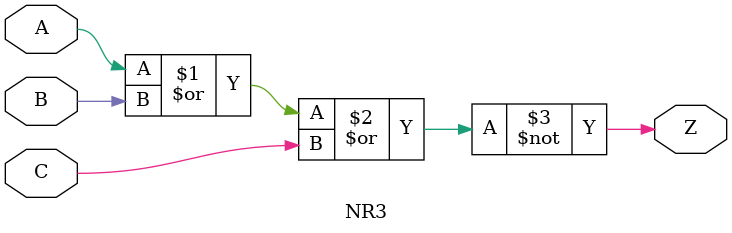
<source format=v>
`resetall
`timescale 1 ns / 1 ps

`celldefine

module NR3 (A, B, C, Z);
  input A, B, C;
  output Z;

  nor (Z, A, B, C);


endmodule 

`endcelldefine

</source>
